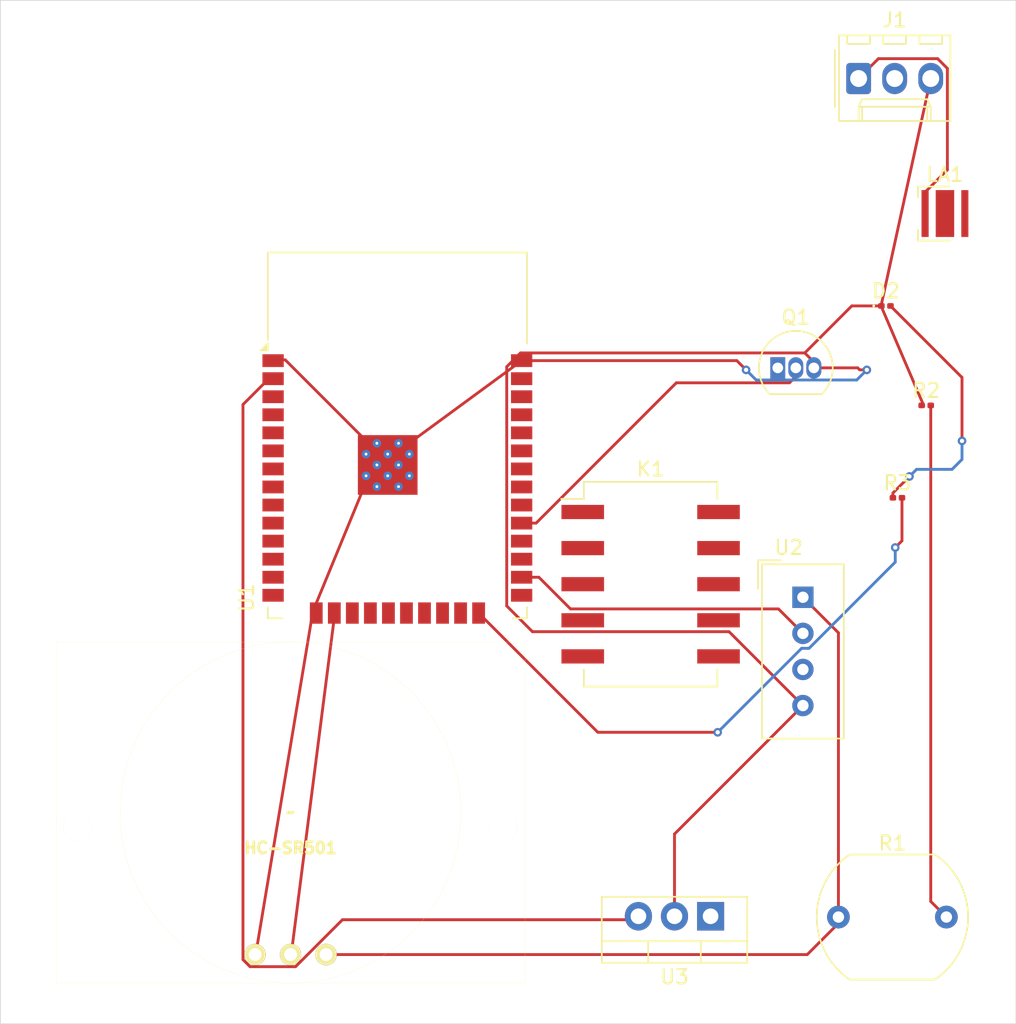
<source format=kicad_pcb>
(kicad_pcb (version 20241229) (generator "pcbnew") (generator_version "9.0")
  (layers (0 "F.Cu" signal) (2 "B.Cu" signal) (13 "F.Paste" user) (15 "B.Paste" user) (5 "F.SilkS" user "F.Silkscreen") (7 "B.SilkS" user "B.Silkscreen") (1 "F.Mask" user) (3 "B.Mask" user) (25 "Edge.Cuts" user))
  (net 0 "")
  (net 1 "Net-(D2-A)")
  (net 2 "GND")
  (net 3 "/pir")
  (net 4 "+3.3V")
  (net 5 "/neutral")
  (net 6 "/live")
  (net 7 "/lamp")
  (net 8 "/bjt_b")
  (net 9 "/bjt_c")
  (net 10 "Net-(R1-Pad2)")
  (net 11 "/led")
  (net 20 "/temp")
  (net 24 "/con_in")
  (net 45 "+12V")
  (footprint "Sensor:Aosong_DHT11_5.5x12.0_P2.54mm" (layer "F.Cu") (at 166.5 87)
    (property "Reference" "U2" (at -1 -3.5 0) (layer "F.SilkS"))
    (property "Value" "DHT11")
    (fp_line (start -3.16 -2.6) (end -3.16 -0.6) (stroke (width 0.12)) (layer "F.SilkS"))
    (fp_line (start -3.16 -2.6) (end -1.55 -2.6) (stroke (width 0.12)) (layer "F.SilkS"))
    (fp_line (start -2.88 9.94) (end -2.88 -2.31) (stroke (width 0.12)) (layer "F.SilkS"))
    (fp_line (start -2.87 -2.32) (end 2.87 -2.32) (stroke (width 0.12)) (layer "F.SilkS"))
    (fp_line (start 2.88 -2.32) (end 2.88 9.94) (stroke (width 0.12)) (layer "F.SilkS"))
    (fp_line (start 2.88 9.94) (end -2.88 9.94) (stroke (width 0.12)) (layer "F.SilkS"))
    (pad "1" thru_hole rect (at 0 0) (size 1.5 1.5) (drill 0.8) (layers "*.Cu" "*.Mask") (net 4 "+3.3V"))
    (pad "2" thru_hole circle (at 0 2.54) (size 1.5 1.5) (drill 0.8) (layers "*.Cu" "*.Mask") (net 20 "/temp"))
    (pad "3" thru_hole circle (at 0 5.08) (size 1.5 1.5) (drill 0.8) (layers "*.Cu" "*.Mask"))
    (pad "4" thru_hole circle (at 0 7.62) (size 1.5 1.5) (drill 0.8) (layers "*.Cu" "*.Mask") (net 2 "GND"))
  )
  (footprint "Relay_SMD:Relay_DPDT_FRT5_SMD" (layer "F.Cu") (at 155.78 86.08)
    (property "Reference" "K1" (at 0 -8.1 0) (layer "F.SilkS"))
    (property "Value" "Relay_SPDT")
    (fp_line (start -4.7 -7.2) (end -4.7 -6) (stroke (width 0.12)) (layer "F.SilkS"))
    (fp_line (start -4.7 -7.2) (end 4.7 -7.2) (stroke (width 0.12)) (layer "F.SilkS"))
    (fp_line (start -4.7 -6) (end -6.3 -6) (stroke (width 0.12)) (layer "F.SilkS"))
    (fp_line (start -4.7 7.2) (end -4.7 6) (stroke (width 0.12)) (layer "F.SilkS"))
    (fp_line (start 4.7 -7.2) (end 4.7 -6) (stroke (width 0.12)) (layer "F.SilkS"))
    (fp_line (start 4.7 7.2) (end -4.7 7.2) (stroke (width 0.12)) (layer "F.SilkS"))
    (fp_line (start 4.7 7.2) (end 4.7 6) (stroke (width 0.12)) (layer "F.SilkS"))
    (pad "1" smd rect (at -4.78 -5.08) (size 3 1) (layers "F.Cu" "F.Mask" "F.Paste"))
    (pad "2" smd rect (at -4.78 -2.54) (size 3 1) (layers "F.Cu" "F.Mask" "F.Paste"))
    (pad "3" smd rect (at -4.78 0) (size 3 1) (layers "F.Cu" "F.Mask" "F.Paste"))
    (pad "4" smd rect (at -4.78 2.54) (size 3 1) (layers "F.Cu" "F.Mask" "F.Paste"))
    (pad "5" smd rect (at -4.78 5.08) (size 3 1) (layers "F.Cu" "F.Mask" "F.Paste"))
    (pad "6" smd rect (at 4.78 5.08) (size 3 1) (layers "F.Cu" "F.Mask" "F.Paste"))
    (pad "7" smd rect (at 4.78 2.54) (size 3 1) (layers "F.Cu" "F.Mask" "F.Paste"))
    (pad "8" smd rect (at 4.78 0) (size 3 1) (layers "F.Cu" "F.Mask" "F.Paste"))
    (pad "9" smd rect (at 4.78 -2.54) (size 3 1) (layers "F.Cu" "F.Mask" "F.Paste"))
    (pad "10" smd rect (at 4.78 -5.08) (size 3 1) (layers "F.Cu" "F.Mask" "F.Paste"))
  )
  (footprint "Resistor_SMD:R_0201_0603Metric" (layer "F.Cu") (at 173.155 80)
    (property "Reference" "R3" (at 0 -1.05 0) (layer "F.SilkS"))
    (property "Value" "220Ω")
    (pad "1" smd roundrect (at -0.32 0) (size 0.46 0.4) (layers "F.Cu" "F.Mask") (net 1 "Net-(D2-A)"))
    (pad "2" smd roundrect (at 0.32 0) (size 0.46 0.4) (layers "F.Cu" "F.Mask") (net 11 "/led"))
  )
  (footprint "Resistor_SMD:R_0201_0603Metric" (layer "F.Cu") (at 175.18 73.5)
    (property "Reference" "R2" (at 0 -1.05 0) (layer "F.SilkS"))
    (property "Value" "10kΩ")
    (pad "1" smd roundrect (at -0.32 0) (size 0.46 0.4) (layers "F.Cu" "F.Mask") (net 2 "GND"))
    (pad "2" smd roundrect (at 0.32 0) (size 0.46 0.4) (layers "F.Cu" "F.Mask") (net 10 "Net-(R1-Pad2)"))
  )
  (footprint "OptoDevice:R_LDR_10x8.5mm_P7.6mm_Vertical" (layer "F.Cu") (at 169 109.5)
    (property "Reference" "R1" (at 3.8 -5.2 0) (layer "F.SilkS"))
    (property "Value" "LDR03")
    (fp_line (start 0.8 -4.4) (end 6.8 -4.4) (stroke (width 0.12)) (layer "F.SilkS"))
    (fp_line (start 0.8 4.4) (end 6.8 4.4) (stroke (width 0.12)) (layer "F.SilkS"))
    (fp_arc (start 0.8 4.4) (mid -1.525374 0.019809) (end 0.76735 -4.37756) (stroke (width 0.12)) (layer "F.SilkS"))
    (fp_arc (start 6.8 -4.4) (mid 9.125374 -0.019809) (end 6.83265 4.37756) (stroke (width 0.12)) (layer "F.SilkS"))
    (pad "1" thru_hole circle (at 0 0) (size 1.6 1.6) (drill 0.8) (layers "*.Cu" "*.Mask") (net 4 "+3.3V"))
    (pad "2" thru_hole circle (at 7.6 0) (size 1.6 1.6) (drill 0.8) (layers "*.Cu" "*.Mask") (net 10 "Net-(R1-Pad2)"))
  )
  (footprint "Package_TO_SOT_THT:TO-220-3_Vertical" (layer "F.Cu") (at 160 109.445 180)
    (property "Reference" "U3" (at 2.54 -4.27 0) (layer "F.SilkS"))
    (property "Value" "LM7805_TO220")
    (fp_line (start 7.66 -3.27) (end 7.66 1.371) (stroke (width 0.12)) (layer "F.SilkS"))
    (fp_line (start 4.391 -3.27) (end 4.391 -1.76) (stroke (width 0.12)) (layer "F.SilkS"))
    (fp_line (start 0.69 -3.27) (end 0.69 -1.76) (stroke (width 0.12)) (layer "F.SilkS"))
    (fp_line (start -2.58 1.371) (end 7.66 1.371) (stroke (width 0.12)) (layer "F.SilkS"))
    (fp_line (start -2.58 -1.76) (end 7.66 -1.76) (stroke (width 0.12)) (layer "F.SilkS"))
    (fp_line (start -2.58 -3.27) (end 7.66 -3.27) (stroke (width 0.12)) (layer "F.SilkS"))
    (fp_line (start -2.58 -3.27) (end -2.58 1.371) (stroke (width 0.12)) (layer "F.SilkS"))
    (pad "1" thru_hole rect (at 0 0 180) (size 1.905 2) (drill 1.1) (layers "*.Cu" "*.Mask") (net 45 "+12V"))
    (pad "2" thru_hole oval (at 2.54 0 180) (size 1.905 2) (drill 1.1) (layers "*.Cu" "*.Mask") (net 2 "GND"))
    (pad "3" thru_hole oval (at 5.08 0 180) (size 1.905 2) (drill 1.1) (layers "*.Cu" "*.Mask") (net 24 "/con_in"))
  )
  (footprint "LED_SMD:LED_0201_0603Metric" (layer "F.Cu") (at 172.345 66.5)
    (property "Reference" "D2" (at 0 -1.05 0) (layer "F.SilkS"))
    (property "Value" "LED")
    (fp_circle (center -0.86 0) (end -0.81 0) (stroke (width 0.1)) (fill no) (layer "F.SilkS"))
    (pad "1" smd roundrect (at -0.32 0) (size 0.46 0.4) (layers "F.Cu" "F.Mask") (net 2 "GND"))
    (pad "2" smd roundrect (at 0.32 0) (size 0.46 0.4) (layers "F.Cu" "F.Mask") (net 1 "Net-(D2-A)"))
  )
  (footprint "Connector_Molex:Molex_KK-254_AE-6410-03A_1x03_P2.54mm_Vertical" (layer "F.Cu") (at 170.42 50.5)
    (property "Reference" "J1" (at 2.54 -4.12 0) (layer "F.SilkS"))
    (property "Value" "Conn_Shielded_Pair")
    (fp_line (start -1.67 -2) (end -1.67 2) (stroke (width 0.12)) (layer "F.SilkS"))
    (fp_line (start -1.38 -3.03) (end -1.38 2.99) (stroke (width 0.12)) (layer "F.SilkS"))
    (fp_line (start -1.38 2.99) (end 6.46 2.99) (stroke (width 0.12)) (layer "F.SilkS"))
    (fp_line (start -0.8 -3.03) (end -0.8 -2.43) (stroke (width 0.12)) (layer "F.SilkS"))
    (fp_line (start -0.8 -2.43) (end 0.8 -2.43) (stroke (width 0.12)) (layer "F.SilkS"))
    (fp_line (start 0 1.99) (end 0.25 1.46) (stroke (width 0.12)) (layer "F.SilkS"))
    (fp_line (start 0 1.99) (end 5.08 1.99) (stroke (width 0.12)) (layer "F.SilkS"))
    (fp_line (start 0 2.99) (end 0 1.99) (stroke (width 0.12)) (layer "F.SilkS"))
    (fp_line (start 0.25 1.46) (end 4.83 1.46) (stroke (width 0.12)) (layer "F.SilkS"))
    (fp_line (start 0.25 2.99) (end 0.25 1.99) (stroke (width 0.12)) (layer "F.SilkS"))
    (fp_line (start 0.8 -2.43) (end 0.8 -3.03) (stroke (width 0.12)) (layer "F.SilkS"))
    (fp_line (start 1.74 -3.03) (end 1.74 -2.43) (stroke (width 0.12)) (layer "F.SilkS"))
    (fp_line (start 1.74 -2.43) (end 3.34 -2.43) (stroke (width 0.12)) (layer "F.SilkS"))
    (fp_line (start 3.34 -2.43) (end 3.34 -3.03) (stroke (width 0.12)) (layer "F.SilkS"))
    (fp_line (start 4.28 -3.03) (end 4.28 -2.43) (stroke (width 0.12)) (layer "F.SilkS"))
    (fp_line (start 4.28 -2.43) (end 5.88 -2.43) (stroke (width 0.12)) (layer "F.SilkS"))
    (fp_line (start 4.83 1.46) (end 5.08 1.99) (stroke (width 0.12)) (layer "F.SilkS"))
    (fp_line (start 4.83 2.99) (end 4.83 1.99) (stroke (width 0.12)) (layer "F.SilkS"))
    (fp_line (start 5.08 1.99) (end 5.08 2.99) (stroke (width 0.12)) (layer "F.SilkS"))
    (fp_line (start 5.88 -2.43) (end 5.88 -3.03) (stroke (width 0.12)) (layer "F.SilkS"))
    (fp_line (start 6.46 -3.03) (end -1.38 -3.03) (stroke (width 0.12)) (layer "F.SilkS"))
    (fp_line (start 6.46 2.99) (end 6.46 -3.03) (stroke (width 0.12)) (layer "F.SilkS"))
    (pad "1" thru_hole roundrect (at 0 0) (size 1.74 2.19) (drill 1.19) (layers "*.Cu" "*.Mask") (roundrect_rratio 0.143678) (net 5 "/neutral"))
    (pad "2" thru_hole oval (at 2.54 0) (size 1.74 2.19) (drill 1.19) (layers "*.Cu" "*.Mask") (net 6 "/live"))
    (pad "3" thru_hole oval (at 5.08 0) (size 1.74 2.19) (drill 1.19) (layers "*.Cu" "*.Mask") (net 2 "GND"))
  )
  (footprint "LED_SMD:LED_Cree-XP" (layer "F.Cu") (at 176.5 60)
    (property "Reference" "LA1" (at 0 -2.75 0) (layer "F.SilkS"))
    (property "Value" "Lamp")
    (fp_line (start -1.9 -1.9) (end -1.9 -1.15) (stroke (width 0.12)) (layer "F.SilkS"))
    (fp_line (start -1.9 1.9) (end -1.9 1.15) (stroke (width 0.12)) (layer "F.SilkS"))
    (fp_line (start 0.35 -1.9) (end -1.9 -1.9) (stroke (width 0.12)) (layer "F.SilkS"))
    (fp_line (start 0.35 1.9) (end -1.9 1.9) (stroke (width 0.12)) (layer "F.SilkS"))
    (pad "1" smd rect (at -1.4 0) (size 0.5 3.3) (layers "F.Cu" "F.Mask" "F.Paste") (net 5 "/neutral"))
    (pad "2" smd rect (at 1.4 0) (size 0.5 3.3) (layers "F.Cu" "F.Mask" "F.Paste") (net 7 "/lamp"))
    (pad "3" smd rect (at 0 0) (size 1.3 3.3) (layers "F.Cu" "F.Mask"))
  )
  (footprint "RF_Module:ESP32-WROOM-32" (layer "F.Cu") (at 137.95 78.6)
    (property "Reference" "U1" (at -10.61 8.43 90) (layer "F.SilkS"))
    (property "Value" "ESP32-WROOM-32")
    (fp_line (start -9.12 -15.86) (end -9.12 -9.7) (stroke (width 0.12)) (layer "F.SilkS"))
    (fp_line (start -9.12 -15.86) (end 9.12 -15.86) (stroke (width 0.12)) (layer "F.SilkS"))
    (fp_line (start -9.12 9.1) (end -9.12 9.88) (stroke (width 0.12)) (layer "F.SilkS"))
    (fp_line (start -9.12 9.88) (end -8.12 9.88) (stroke (width 0.12)) (layer "F.SilkS"))
    (fp_line (start 9.12 -15.86) (end 9.12 -9.445) (stroke (width 0.12)) (layer "F.SilkS"))
    (fp_line (start 9.12 9.1) (end 9.12 9.88) (stroke (width 0.12)) (layer "F.SilkS"))
    (fp_line (start 9.12 9.88) (end 8.12 9.88) (stroke (width 0.12)) (layer "F.SilkS"))
    (fp_poly (pts (xy -9.125 -8.975) (xy -9.625 -8.975) (xy -9.125 -9.475) (xy -9.125 -8.975)) (stroke (width 0.12)) (fill yes) (layer "F.SilkS"))
    (pad "1" smd rect (at -8.75 -8.25) (size 1.5 0.9) (layers "F.Cu" "F.Mask" "F.Paste") (net 2 "GND"))
    (pad "2" smd rect (at -8.75 -6.98) (size 1.5 0.9) (layers "F.Cu" "F.Mask" "F.Paste") (net 24 "/con_in"))
    (pad "3" smd rect (at -8.75 -5.71) (size 1.5 0.9) (layers "F.Cu" "F.Mask" "F.Paste"))
    (pad "4" smd rect (at -8.75 -4.44) (size 1.5 0.9) (layers "F.Cu" "F.Mask" "F.Paste"))
    (pad "5" smd rect (at -8.75 -3.17) (size 1.5 0.9) (layers "F.Cu" "F.Mask" "F.Paste"))
    (pad "6" smd rect (at -8.75 -1.9) (size 1.5 0.9) (layers "F.Cu" "F.Mask" "F.Paste"))
    (pad "7" smd rect (at -8.75 -0.63) (size 1.5 0.9) (layers "F.Cu" "F.Mask" "F.Paste"))
    (pad "8" smd rect (at -8.75 0.64) (size 1.5 0.9) (layers "F.Cu" "F.Mask" "F.Paste"))
    (pad "9" smd rect (at -8.75 1.91) (size 1.5 0.9) (layers "F.Cu" "F.Mask" "F.Paste"))
    (pad "10" smd rect (at -8.75 3.18) (size 1.5 0.9) (layers "F.Cu" "F.Mask" "F.Paste"))
    (pad "11" smd rect (at -8.75 4.45) (size 1.5 0.9) (layers "F.Cu" "F.Mask" "F.Paste"))
    (pad "12" smd rect (at -8.75 5.72) (size 1.5 0.9) (layers "F.Cu" "F.Mask" "F.Paste"))
    (pad "13" smd rect (at -8.75 6.99) (size 1.5 0.9) (layers "F.Cu" "F.Mask" "F.Paste"))
    (pad "14" smd rect (at -8.75 8.26) (size 1.5 0.9) (layers "F.Cu" "F.Mask" "F.Paste"))
    (pad "15" smd rect (at -5.71 9.51 90) (size 1.5 0.9) (layers "F.Cu" "F.Mask" "F.Paste") (net 2 "GND"))
    (pad "16" smd rect (at -4.44 9.51 90) (size 1.5 0.9) (layers "F.Cu" "F.Mask" "F.Paste") (net 3 "/pir"))
    (pad "17" smd rect (at -3.17 9.51 90) (size 1.5 0.9) (layers "F.Cu" "F.Mask" "F.Paste"))
    (pad "18" smd rect (at -1.9 9.51 90) (size 1.5 0.9) (layers "F.Cu" "F.Mask" "F.Paste"))
    (pad "19" smd rect (at -0.63 9.51 90) (size 1.5 0.9) (layers "F.Cu" "F.Mask" "F.Paste"))
    (pad "20" smd rect (at 0.64 9.51 90) (size 1.5 0.9) (layers "F.Cu" "F.Mask" "F.Paste"))
    (pad "21" smd rect (at 1.91 9.51 90) (size 1.5 0.9) (layers "F.Cu" "F.Mask" "F.Paste"))
    (pad "22" smd rect (at 3.18 9.51 90) (size 1.5 0.9) (layers "F.Cu" "F.Mask" "F.Paste"))
    (pad "23" smd rect (at 4.45 9.51 90) (size 1.5 0.9) (layers "F.Cu" "F.Mask" "F.Paste"))
    (pad "24" smd rect (at 5.72 9.51 90) (size 1.5 0.9) (layers "F.Cu" "F.Mask" "F.Paste") (net 11 "/led"))
    (pad "25" smd rect (at 8.75 8.26) (size 1.5 0.9) (layers "F.Cu" "F.Mask" "F.Paste"))
    (pad "26" smd rect (at 8.75 6.99) (size 1.5 0.9) (layers "F.Cu" "F.Mask" "F.Paste") (net 20 "/temp"))
    (pad "27" smd rect (at 8.75 5.72) (size 1.5 0.9) (layers "F.Cu" "F.Mask" "F.Paste"))
    (pad "28" smd rect (at 8.75 4.45) (size 1.5 0.9) (layers "F.Cu" "F.Mask" "F.Paste"))
    (pad "29" smd rect (at 8.75 3.18) (size 1.5 0.9) (layers "F.Cu" "F.Mask" "F.Paste") (net 8 "/bjt_b"))
    (pad "30" smd rect (at 8.75 1.91) (size 1.5 0.9) (layers "F.Cu" "F.Mask" "F.Paste"))
    (pad "31" smd rect (at 8.75 0.64) (size 1.5 0.9) (layers "F.Cu" "F.Mask" "F.Paste"))
    (pad "32" smd rect (at 8.75 -0.63) (size 1.5 0.9) (layers "F.Cu" "F.Mask" "F.Paste"))
    (pad "33" smd rect (at 8.75 -1.9) (size 1.5 0.9) (layers "F.Cu" "F.Mask" "F.Paste"))
    (pad "34" smd rect (at 8.75 -3.17) (size 1.5 0.9) (layers "F.Cu" "F.Mask" "F.Paste"))
    (pad "35" smd rect (at 8.75 -4.44) (size 1.5 0.9) (layers "F.Cu" "F.Mask" "F.Paste"))
    (pad "36" smd rect (at 8.75 -5.71) (size 1.5 0.9) (layers "F.Cu" "F.Mask" "F.Paste"))
    (pad "37" smd rect (at 8.75 -6.98) (size 1.5 0.9) (layers "F.Cu" "F.Mask" "F.Paste"))
    (pad "38" smd rect (at 8.75 -8.25) (size 1.5 0.9) (layers "F.Cu" "F.Mask" "F.Paste") (net 2 "GND"))
    (pad "39" smd rect (at -2.205 -2.435) (size 1.05 1.05) (layers "F.Cu" "F.Paste") (net 2 "GND"))
    (pad "39" thru_hole circle (at -2.205 -1.6725) (size 0.6 0.6) (drill 0.2) (property pad_prop_heatsink) (layers "*.Cu" "F.Mask") (net 2 "GND"))
    (pad "39" smd rect (at -2.205 -0.91) (size 1.05 1.05) (layers "F.Cu" "F.Paste") (net 2 "GND"))
    (pad "39" thru_hole circle (at -2.205 -0.1475) (size 0.6 0.6) (drill 0.2) (property pad_prop_heatsink) (layers "*.Cu" "F.Mask") (net 2 "GND"))
    (pad "39" smd rect (at -2.205 0.615) (size 1.05 1.05) (layers "F.Cu" "F.Paste") (net 2 "GND"))
    (pad "39" thru_hole circle (at -1.4425 -2.435) (size 0.6 0.6) (drill 0.2) (property pad_prop_heatsink) (layers "*.Cu" "F.Mask") (net 2 "GND"))
    (pad "39" thru_hole circle (at -1.4425 -0.91) (size 0.6 0.6) (drill 0.2) (property pad_prop_heatsink) (layers "*.Cu" "F.Mask") (net 2 "GND"))
    (pad "39" thru_hole circle (at -1.4425 0.615) (size 0.6 0.6) (drill 0.2) (property pad_prop_heatsink) (layers "*.Cu" "F.Mask") (net 2 "GND"))
    (pad "39" smd rect (at -0.68 -2.435) (size 1.05 1.05) (layers "F.Cu" "F.Paste") (net 2 "GND"))
    (pad "39" thru_hole circle (at -0.68 -1.6725) (size 0.6 0.6) (drill 0.2) (property pad_prop_heatsink) (layers "*.Cu" "F.Mask") (net 2 "GND"))
    (pad "39" smd rect (at -0.68 -0.91) (size 1.05 1.05) (layers "F.Cu" "F.Paste") (net 2 "GND"))
    (pad "39" smd rect (at -0.68 -0.91) (size 4.2 4.2) (property pad_prop_heatsink) (layers "F.Cu" "F.Mask") (net 2 "GND"))
    (pad "39" thru_hole circle (at -0.68 -0.1475) (size 0.6 0.6) (drill 0.2) (property pad_prop_heatsink) (layers "*.Cu" "F.Mask") (net 2 "GND"))
    (pad "39" smd rect (at -0.68 0.615) (size 1.05 1.05) (layers "F.Cu" "F.Paste") (net 2 "GND"))
    (pad "39" thru_hole circle (at 0.0825 -2.435) (size 0.6 0.6) (drill 0.2) (property pad_prop_heatsink) (layers "*.Cu" "F.Mask") (net 2 "GND"))
    (pad "39" thru_hole circle (at 0.0825 -0.91) (size 0.6 0.6) (drill 0.2) (property pad_prop_heatsink) (layers "*.Cu" "F.Mask") (net 2 "GND"))
    (pad "39" thru_hole circle (at 0.0825 0.615) (size 0.6 0.6) (drill 0.2) (property pad_prop_heatsink) (layers "*.Cu" "F.Mask") (net 2 "GND"))
    (pad "39" smd rect (at 0.845 -2.435) (size 1.05 1.05) (layers "F.Cu" "F.Paste") (net 2 "GND"))
    (pad "39" thru_hole circle (at 0.845 -1.6725) (size 0.6 0.6) (drill 0.2) (property pad_prop_heatsink) (layers "*.Cu" "F.Mask") (net 2 "GND"))
    (pad "39" smd rect (at 0.845 -0.91) (size 1.05 1.05) (layers "F.Cu" "F.Paste") (net 2 "GND"))
    (pad "39" thru_hole circle (at 0.845 -0.1475) (size 0.6 0.6) (drill 0.2) (property pad_prop_heatsink) (layers "*.Cu" "F.Mask") (net 2 "GND"))
    (pad "39" smd rect (at 0.845 0.615) (size 1.05 1.05) (layers "F.Cu" "F.Paste") (net 2 "GND"))
  )
  (footprint "Package_TO_SOT_THT:TO-92_Inline" (layer "F.Cu") (at 164.73 70.86)
    (property "Reference" "Q1" (at 1.27 -3.56 0) (layer "F.SilkS"))
    (property "Value" "BC547")
    (fp_line (start -0.53 1.85) (end 3.07 1.85) (stroke (width 0.12)) (layer "F.SilkS"))
    (fp_arc (start -0.568478 1.838478) (mid -1.132087 -0.994977) (end 1.27 -2.6) (stroke (width 0.12)) (layer "F.SilkS"))
    (fp_arc (start 1.27 -2.6) (mid 3.672087 -0.994977) (end 3.108478 1.838478) (stroke (width 0.12)) (layer "F.SilkS"))
    (pad "1" thru_hole rect (at 0 0) (size 1.05 1.5) (drill 0.75) (layers "*.Cu" "*.Mask") (net 9 "/bjt_c"))
    (pad "2" thru_hole oval (at 1.27 0) (size 1.05 1.5) (drill 0.75) (layers "*.Cu" "*.Mask") (net 8 "/bjt_b"))
    (pad "3" thru_hole oval (at 2.54 0) (size 1.05 1.5) (drill 0.75) (layers "*.Cu" "*.Mask") (net 2 "GND"))
  )
  (footprint "Downloads:HC-SR501" (layer "F.Cu") (at 130.43 102.14)
    (property "Reference" "HC-SR501" (at 0 2.5 0) (layer "F.SilkS") (effects (font (size 0.8 0.8) (thickness 0.2))))
    (property "Value" "~" (at 0 0 0) (layer "F.SilkS") (effects (font (size 0.8 0.8) (thickness 0.2))))
    (fp_line (start -16.5 -12) (end 16.5 -12) (stroke (width 0.01)) (layer "F.SilkS"))
    (fp_line (start -16.5 12) (end -16.5 -12) (stroke (width 0.01)) (layer "F.SilkS"))
    (fp_line (start 16.5 -12) (end 16.5 12) (stroke (width 0.01)) (layer "F.SilkS"))
    (fp_line (start 16.5 12) (end -16.5 12) (stroke (width 0.01)) (layer "F.SilkS"))
    (fp_circle (center 0 0) (end 0 12) (stroke (width 0.01)) (fill no) (layer "F.SilkS"))
    (pad "" np_thru_hole circle (at -15 1) (size 2 2) (drill 2) (layers "*.Cu" "*.Mask" "F.SilkS"))
    (pad "" np_thru_hole circle (at 15 1) (size 2 2) (drill 2) (layers "*.Cu" "*.Mask" "F.SilkS"))
    (pad "1" thru_hole circle (at -2.5 10) (size 1.5 1.5) (drill 0.9) (layers "*.Cu" "*.Mask" "F.SilkS") (net 2 "GND"))
    (pad "2" thru_hole circle (at 0 10) (size 1.5 1.5) (drill 0.9) (layers "*.Cu" "*.Mask" "F.SilkS") (net 3 "/pir"))
    (pad "3" thru_hole circle (at 2.5 10) (size 1.5 1.5) (drill 0.9) (layers "*.Cu" "*.Mask" "F.SilkS") (net 4 "+3.3V"))
  )
  (gr_line (start 172 66.5) (end 175 73.5) (stroke (width 0.2)) (layer "F.Cu") (net 2))
  (gr_line (start 133.5 88.5) (end 130.43 112.5) (stroke (width 0.2)) (layer "F.Cu") (net 3))
  (gr_line (start 139 76) (end 146.5 70.5) (stroke (width 0.2)) (layer "F.Cu") (net 2))
  (gr_line (start 128 112) (end 132 88) (stroke (width 0.2)) (layer "F.Cu") (net 2))
  (gr_line (start 172 66.5) (end 175.5 50.5) (stroke (width 0.2)) (layer "F.Cu") (net 2))
  (gr_line (start 132 88) (end 135.5 79.5) (stroke (width 0.2)) (layer "F.Cu") (net 2))
  (gr_rect (start 110 45) (end 181.5 117) (stroke (width 0.05)) (fill no) (layer "Edge.Cuts"))
  (segment (start 172.835 80) (end 172.835 79.665) (width 0.2) (layer "F.Cu") (net 1))
  (segment (start 172.835 79.665) (end 174 78.5) (width 0.2) (layer "F.Cu") (net 1))
  (segment (start 172.665 66.5) (end 177.701 71.536) (width 0.2) (layer "F.Cu") (net 1))
  (segment (start 177.701 71.536) (end 177.701 76) (width 0.2) (layer "F.Cu") (net 1))
  (via (at 177.701 76) (size 0.6) (drill 0.3) (layers "F.Cu" "B.Cu") (net 1))
  (via (at 174 78.5) (size 0.6) (drill 0.3) (layers "F.Cu" "B.Cu") (net 1))
  (segment (start 177.701 77.299) (end 177 78) (width 0.2) (layer "B.Cu") (net 1))
  (segment (start 177 78) (end 174.5 78) (width 0.2) (layer "B.Cu") (net 1))
  (segment (start 177.701 76) (end 177.701 77.299) (width 0.2) (layer "B.Cu") (net 1))
  (segment (start 174.5 78) (end 174 78.5) (width 0.2) (layer "B.Cu") (net 1))
  (segment (start 170.5 71) (end 170.36 70.86) (width 0.2) (layer "F.Cu") (net 2))
  (segment (start 146.7 70.35) (end 161.85 70.35) (width 0.2) (layer "F.Cu") (net 2))
  (segment (start 130.056427 70.295833) (end 135.831685 76.071091) (width 0.2) (layer "F.Cu") (net 2))
  (segment (start 146.619957 69.809) (end 166.630824 69.809) (width 0.2) (layer "F.Cu") (net 2))
  (segment (start 161.301 89.421) (end 147.459 89.421) (width 0.2) (layer "F.Cu") (net 2))
  (segment (start 167.659203 71.263788) (end 167.263195 71.257) (width 0.2) (layer "F.Cu") (net 2))
  (segment (start 129.254167 70.295833) (end 130.056427 70.295833) (width 0.2) (layer "F.Cu") (net 2))
  (segment (start 147.459 89.421) (end 145.649 87.611) (width 0.2) (layer "F.Cu") (net 2))
  (segment (start 171 71) (end 170.5 71) (width 0.2) (layer "F.Cu") (net 2))
  (segment (start 129.2 70.35) (end 129.254167 70.295833) (width 0.2) (layer "F.Cu") (net 2))
  (segment (start 161.85 70.35) (end 162.5 71) (width 0.2) (layer "F.Cu") (net 2))
  (segment (start 166.630824 69.809) (end 167.276941 70.455117) (width 0.2) (layer "F.Cu") (net 2))
  (segment (start 157.46 109.445) (end 157.46 103.66) (width 0.2) (layer "F.Cu") (net 2))
  (segment (start 169.939824 66.5) (end 166.630824 69.809) (width 0.2) (layer "F.Cu") (net 2))
  (segment (start 170.36 70.86) (end 167.27 70.86) (width 0.2) (layer "F.Cu") (net 2))
  (segment (start 166.5 94.62) (end 161.301 89.421) (width 0.2) (layer "F.Cu") (net 2))
  (segment (start 145.649 70.779957) (end 146.619957 69.809) (width 0.2) (layer "F.Cu") (net 2))
  (segment (start 172.025 66.5) (end 169.939824 66.5) (width 0.2) (layer "F.Cu") (net 2))
  (segment (start 145.649 87.611) (end 145.649 70.779957) (width 0.2) (layer "F.Cu") (net 2))
  (segment (start 157.46 103.66) (end 166.5 94.62) (width 0.2) (layer "F.Cu") (net 2))
  (via (at 171 71) (size 0.6) (drill 0.3) (layers "F.Cu" "B.Cu") (net 2))
  (via (at 162.5 71) (size 0.6) (drill 0.3) (layers "F.Cu" "B.Cu") (net 2))
  (segment (start 163.211 71.711) (end 170.289 71.711) (width 0.2) (layer "B.Cu") (net 2))
  (segment (start 170.289 71.711) (end 171 71) (width 0.2) (layer "B.Cu") (net 2))
  (segment (start 162.5 71) (end 163.211 71.711) (width 0.2) (layer "B.Cu") (net 2))
  (segment (start 166.802831 112.14) (end 169.044284 109.898547) (width 0.2) (layer "F.Cu") (net 4))
  (segment (start 132.93 112.14) (end 166.802831 112.14) (width 0.2) (layer "F.Cu") (net 4))
  (segment (start 169 109.5) (end 169 89.5) (width 0.2) (layer "F.Cu") (net 4))
  (segment (start 169 89.5) (end 166.5 87) (width 0.2) (layer "F.Cu") (net 4))
  (segment (start 176.671 56.927) (end 175.1 58.498) (width 0.2) (layer "F.Cu") (net 5))
  (segment (start 170.42 50.5) (end 171.816 49.104) (width 0.2) (layer "F.Cu") (net 5))
  (segment (start 176.671 49.789956) (end 176.671 56.927) (width 0.2) (layer "F.Cu") (net 5))
  (segment (start 175.1 58.498) (end 175.1 60) (width 0.2) (layer "F.Cu") (net 5))
  (segment (start 171.816 49.104) (end 175.985044 49.104) (width 0.2) (layer "F.Cu") (net 5))
  (segment (start 175.985044 49.104) (end 176.671 49.789956) (width 0.2) (layer "F.Cu") (net 5))
  (segment (start 165.556 71.911) (end 166 71.467) (width 0.2) (layer "F.Cu") (net 8))
  (segment (start 166 71.467) (end 166 71.235345) (width 0.2) (layer "F.Cu") (net 8))
  (segment (start 157.589 71.911) (end 165.556 71.911) (width 0.2) (layer "F.Cu") (net 8))
  (segment (start 147.72 81.78) (end 157.589 71.911) (width 0.2) (layer "F.Cu") (net 8))
  (segment (start 146.7 81.78) (end 147.72 81.78) (width 0.2) (layer "F.Cu") (net 8))
  (segment (start 175.5 108.4) (end 176.6 109.5) (width 0.2) (layer "F.Cu") (net 10))
  (segment (start 175.5 73.5) (end 175.5 108.4) (width 0.2) (layer "F.Cu") (net 10))
  (segment (start 173 83.5) (end 173.475 83.025) (width 0.2) (layer "F.Cu") (net 11))
  (segment (start 173.475 83.025) (end 173.475 80) (width 0.2) (layer "F.Cu") (net 11))
  (segment (start 152.06 96.5) (end 160.5 96.5) (width 0.2) (layer "F.Cu") (net 11))
  (segment (start 143.67 88.11) (end 152.06 96.5) (width 0.2) (layer "F.Cu") (net 11))
  (via (at 173 83.5) (size 0.6) (drill 0.3) (layers "F.Cu" "B.Cu") (net 11))
  (via (at 160.5 96.5) (size 0.6) (drill 0.3) (layers "F.Cu" "B.Cu") (net 11))
  (segment (start 166.409 90.591) (end 166.935339 90.591) (width 0.2) (layer "B.Cu") (net 11))
  (segment (start 166.935339 90.591) (end 173 84.526339) (width 0.2) (layer "B.Cu") (net 11))
  (segment (start 160.5 96.5) (end 166.409 90.591) (width 0.2) (layer "B.Cu") (net 11))
  (segment (start 173 84.526339) (end 173 83.5) (width 0.2) (layer "B.Cu") (net 11))
  (segment (start 146.7 85.59) (end 147.908 85.59) (width 0.2) (layer "F.Cu") (net 20))
  (segment (start 164.779 87.819) (end 166.363599 89.403599) (width 0.2) (layer "F.Cu") (net 20))
  (segment (start 147.908 85.59) (end 150.137 87.819) (width 0.2) (layer "F.Cu") (net 20))
  (segment (start 150.137 87.819) (end 164.779 87.819) (width 0.2) (layer "F.Cu") (net 20))
  (segment (start 166.363599 89.403599) (end 166.380233 89.553307) (width 0.2) (layer "F.Cu") (net 20))
  (segment (start 128.9 71.62) (end 127.079 73.441) (width 0.2) (layer "F.Cu") (net 24))
  (segment (start 129.2 71.62) (end 128.9 71.62) (width 0.2) (layer "F.Cu") (net 24))
  (segment (start 127.079 73.441) (end 127.079 112.492496) (width 0.2) (layer "F.Cu") (net 24))
  (segment (start 127.577504 112.991) (end 130.782496 112.991) (width 0.2) (layer "F.Cu") (net 24))
  (segment (start 134.084387 109.689109) (end 154.919998 109.689109) (width 0.2) (layer "F.Cu") (net 24))
  (segment (start 127.079 112.492496) (end 127.577504 112.991) (width 0.2) (layer "F.Cu") (net 24))
  (segment (start 130.782496 112.991) (end 134.084387 109.689109) (width 0.2) (layer "F.Cu") (net 24))
)
</source>
